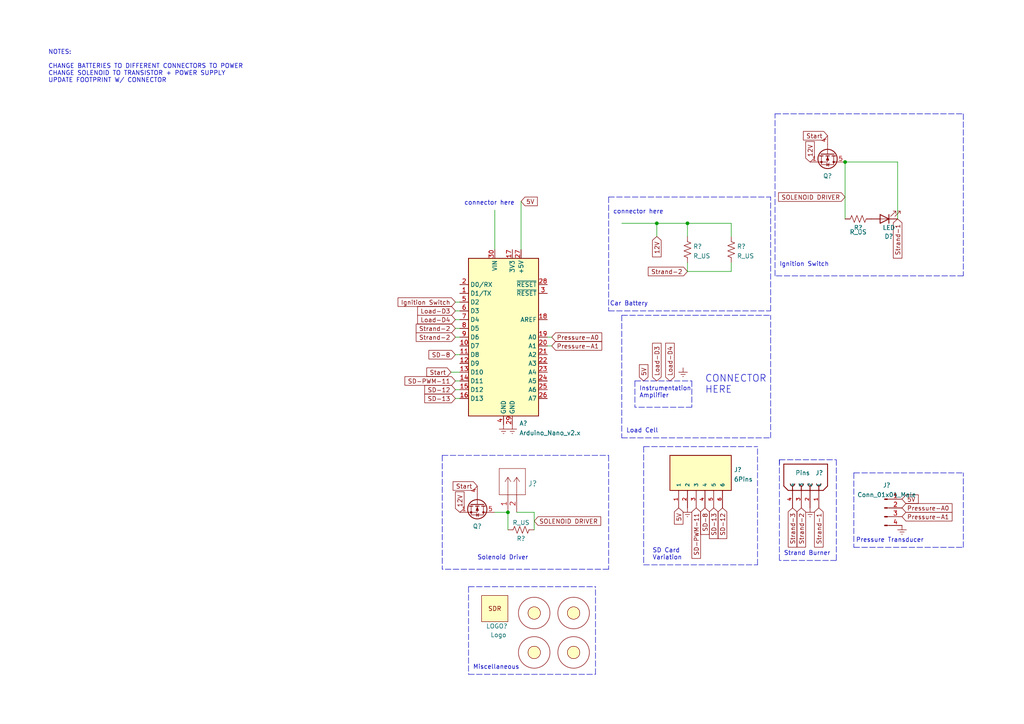
<source format=kicad_sch>
(kicad_sch (version 20211123) (generator eeschema)
  (paper "A4")
  (title_block (title "S0001-Burner-Strand-DAQ") (rev "1.0") (company "Sun Devil Rocketry"))
  (lib_symbols
    (symbol "S0001-Strand-Burner-DAQ:6Pins" (pin_names (offset 1.016))
      (property "Reference" "J" (at -5.588 10.16 0))
      (property "Value" "6Pins" (at -5.08 -10.16 0))
      (symbol "6Pins_0_0"
        (rectangle (start -5.08 -7.62) (end 5.08 10.16) (stroke (width 0.254)) (fill (type background)))
        (pin passive line (at -10.16 7.62 0) (length 5.08) (name "1") (number "1"))
        (pin passive line (at -10.16 5.08 0) (length 5.08) (name "2") (number "2"))
        (pin passive line (at -10.16 2.54 0) (length 5.08) (name "3") (number "3"))
        (pin passive line (at -10.16 0 0) (length 5.08) (name "4") (number "4"))
        (pin passive line (at -10.16 -2.54 0) (length 5.08) (name "5") (number "5"))
        (pin passive line (at -10.16 -5.08 0) (length 5.08) (name "6") (number "6"))
      )
    )
    (symbol "S0001-Strand-Burner-DAQ:Arduino_Nano_v2.x"
      (property "Reference" "A" (at -10.16 23.495 0))
      (property "Value" "Arduino_Nano_v2.x" (at 5.08 -24.13 0))
      (symbol "Arduino_Nano_v2.x_0_1"
        (rectangle (start -10.16 22.86) (end 10.16 -22.86) (stroke (width 0.254)) (fill (type background)))
      )
      (symbol "Arduino_Nano_v2.x_1_1"
        (pin bidirectional line (at -12.7 12.7 0) (length 2.54) (name "D1/TX") (number "1"))
        (pin bidirectional line (at -12.7 -2.54 0) (length 2.54) (name "D7") (number "10"))
        (pin bidirectional line (at -12.7 -5.08 0) (length 2.54) (name "D8") (number "11"))
        (pin bidirectional line (at -12.7 -7.62 0) (length 2.54) (name "D9") (number "12"))
        (pin bidirectional line (at -12.7 -10.16 0) (length 2.54) (name "D10") (number "13"))
        (pin bidirectional line (at -12.7 -12.7 0) (length 2.54) (name "D11") (number "14"))
        (pin bidirectional line (at -12.7 -15.24 0) (length 2.54) (name "D12") (number "15"))
        (pin bidirectional line (at -12.7 -17.78 0) (length 2.54) (name "D13") (number "16"))
        (pin power_out line (at 2.54 25.4 270) (length 2.54) (name "3V3") (number "17"))
        (pin input line (at 12.7 5.08 180) (length 2.54) (name "AREF") (number "18"))
        (pin bidirectional line (at 12.7 0 180) (length 2.54) (name "A0") (number "19"))
        (pin bidirectional line (at -12.7 15.24 0) (length 2.54) (name "D0/RX") (number "2"))
        (pin bidirectional line (at 12.7 -2.54 180) (length 2.54) (name "A1") (number "20"))
        (pin bidirectional line (at 12.7 -5.08 180) (length 2.54) (name "A2") (number "21"))
        (pin bidirectional line (at 12.7 -7.62 180) (length 2.54) (name "A3") (number "22"))
        (pin bidirectional line (at 12.7 -10.16 180) (length 2.54) (name "A4") (number "23"))
        (pin bidirectional line (at 12.7 -12.7 180) (length 2.54) (name "A5") (number "24"))
        (pin bidirectional line (at 12.7 -15.24 180) (length 2.54) (name "A6") (number "25"))
        (pin bidirectional line (at 12.7 -17.78 180) (length 2.54) (name "A7") (number "26"))
        (pin power_out line (at 5.08 25.4 270) (length 2.54) (name "+5V") (number "27"))
        (pin input line (at 12.7 15.24 180) (length 2.54) (name "~{RESET}") (number "28"))
        (pin power_in line (at 2.54 -25.4 90) (length 2.54) (name "GND") (number "29"))
        (pin input line (at 12.7 12.7 180) (length 2.54) (name "~{RESET}") (number "3"))
        (pin power_in line (at -2.54 25.4 270) (length 2.54) (name "VIN") (number "30"))
        (pin power_in line (at 0 -25.4 90) (length 2.54) (name "GND") (number "4"))
        (pin bidirectional line (at -12.7 10.16 0) (length 2.54) (name "D2") (number "5"))
        (pin bidirectional line (at -12.7 7.62 0) (length 2.54) (name "D3") (number "6"))
        (pin bidirectional line (at -12.7 5.08 0) (length 2.54) (name "D4") (number "7"))
        (pin bidirectional line (at -12.7 2.54 0) (length 2.54) (name "D5") (number "8"))
        (pin bidirectional line (at -12.7 0 0) (length 2.54) (name "D6") (number "9"))
      )
    )
    (symbol "S0001-Strand-Burner-DAQ:Conn_01x04_Male" (pin_names (offset 1.016) hide)
      (property "Reference" "J" (at 0 5.08 0))
      (property "Value" "Conn_01x04_Male" (at 0 -7.62 0))
      (symbol "Conn_01x04_Male_1_1"
        (polyline (pts (xy 1.27 -5.08) (xy 0.8636 -5.08)) (stroke (width 0.1524)))
        (polyline (pts (xy 1.27 -2.54) (xy 0.8636 -2.54)) (stroke (width 0.1524)))
        (polyline (pts (xy 1.27 0) (xy 0.8636 0)) (stroke (width 0.1524)))
        (polyline (pts (xy 1.27 2.54) (xy 0.8636 2.54)) (stroke (width 0.1524)))
        (rectangle (start 0.8636 -4.953) (end 0 -5.207) (stroke (width 0.1524)) (fill (type outline)))
        (rectangle (start 0.8636 -2.413) (end 0 -2.667) (stroke (width 0.1524)) (fill (type outline)))
        (rectangle (start 0.8636 0.127) (end 0 -0.127) (stroke (width 0.1524)) (fill (type outline)))
        (rectangle (start 0.8636 2.667) (end 0 2.413) (stroke (width 0.1524)) (fill (type outline)))
        (pin passive line (at 5.08 2.54 180) (length 3.81) (name "Pin_1") (number "1"))
        (pin passive line (at 5.08 0 180) (length 3.81) (name "Pin_2") (number "2"))
        (pin passive line (at 5.08 -2.54 180) (length 3.81) (name "Pin_3") (number "3"))
        (pin passive line (at 5.08 -5.08 180) (length 3.81) (name "Pin_4") (number "4"))
      )
    )
    (symbol "S0001-Strand-Burner-DAQ:Earth" (power) (pin_names (offset 0))
      (symbol "Earth_0_1"
        (polyline (pts (xy -0.635 -1.905) (xy 0.635 -1.905)))
        (polyline (pts (xy -0.127 -2.54) (xy 0.127 -2.54)))
        (polyline (pts (xy 0 -1.27) (xy 0 0)))
        (polyline (pts (xy 1.27 -1.27) (xy -1.27 -1.27)))
      )
      (symbol "Earth_1_1"
        (pin power_in line (at 0 0 270) (length 0) hide (name "Earth") (number "1"))
      )
    )
    (symbol "S0001-Strand-Burner-DAQ:LED" (pin_numbers hide) (pin_names (offset 1.016) hide)
      (property "Reference" "D" (at 0 2.54 0))
      (property "Value" "LED" (at 0 -2.54 0))
      (symbol "LED_0_1"
        (polyline (pts (xy -1.27 -1.27) (xy -1.27 1.27)) (stroke (width 0.254)))
        (polyline (pts (xy -1.27 0) (xy 1.27 0)))
        (polyline (pts (xy 1.27 -1.27) (xy 1.27 1.27) (xy -1.27 0) (xy 1.27 -1.27)) (stroke (width 0.254)))
        (polyline (pts (xy -3.048 -0.762) (xy -4.572 -2.286) (xy -3.81 -2.286) (xy -4.572 -2.286) (xy -4.572 -1.524)))
        (polyline (pts (xy -1.778 -0.762) (xy -3.302 -2.286) (xy -2.54 -2.286) (xy -3.302 -2.286) (xy -3.302 -1.524)))
      )
      (symbol "LED_1_1"
        (pin passive line (at -3.81 0 0) (length 2.54) (name "K") (number "1"))
        (pin passive line (at 3.81 0 180) (length 2.54) (name "A") (number "2"))
      )
    )
    (symbol "S0001-Strand-Burner-DAQ:Logo" (pin_names (offset 1.016))
      (property "Reference" "LOGO" (at 0 5.08 0))
      (property "Value" "Logo" (at 0 -5.08 0))
      (symbol "Logo_0_0"
        (text "SDR" (at 0 0 0) (effects (font (size 1.27 1.27))))
      )
      (symbol "Logo_0_1"
        (rectangle (start -3.81 3.81) (end 3.81 -3.81) (fill (type background)))
      )
    )
    (symbol "S0001-Strand-Burner-DAQ:MOSFET" (pin_names hide)
      (property "Reference" "Q" (at 5.08 1.905 0))
      (property "Value" "MOSFET" (at 5.08 0 0))
      (symbol "MOSFET_0_1"
        (polyline (pts (xy 0.254 0) (xy -2.54 0)))
        (polyline (pts (xy 0.254 1.905) (xy 0.254 -1.905)) (stroke (width 0.254)))
        (polyline (pts (xy 0.762 -1.27) (xy 0.762 -2.286)) (stroke (width 0.254)))
        (polyline (pts (xy 0.762 0.508) (xy 0.762 -0.508)) (stroke (width 0.254)))
        (polyline (pts (xy 0.762 2.286) (xy 0.762 1.27)) (stroke (width 0.254)))
        (polyline (pts (xy 2.54 2.54) (xy 2.54 1.778)))
        (polyline (pts (xy 2.54 -2.54) (xy 2.54 0) (xy 0.762 0)))
        (polyline (pts (xy 0.762 -1.778) (xy 3.302 -1.778) (xy 3.302 1.778) (xy 0.762 1.778)))
        (polyline (pts (xy 1.016 0) (xy 2.032 0.381) (xy 2.032 -0.381) (xy 1.016 0)) (fill (type outline)))
        (polyline (pts (xy 2.794 0.508) (xy 2.921 0.381) (xy 3.683 0.381) (xy 3.81 0.254)))
        (polyline (pts (xy 3.302 0.381) (xy 2.921 -0.254) (xy 3.683 -0.254) (xy 3.302 0.381)))
        (circle (center 1.651 0) (radius 2.794) (stroke (width 0.254)))
        (circle (center 2.54 -1.778) (radius 0.254) (fill (type outline)))
        (circle (center 2.54 1.778) (radius 0.254) (fill (type outline)))
      )
      (symbol "MOSFET_1_1"
        (pin passive line (at 2.54 -5.08 90) (length 2.54) (name "S") (number "1"))
        (pin passive line (at 2.54 -5.08 90) (length 2.54) hide (name "S") (number "2"))
        (pin passive line (at 2.54 -5.08 90) (length 2.54) hide (name "S") (number "3"))
        (pin passive line (at -5.08 0 0) (length 2.54) (name "G") (number "4"))
        (pin passive line (at 2.54 5.08 270) (length 2.54) (name "D") (number "5"))
      )
    )
    (symbol "S0001-Strand-Burner-DAQ:Mounting-Hole" (pin_names (offset 1.016))
      (symbol "Mounting-Hole_0_1"
        (circle (center 0 0) (radius 1.8034) (fill (type background)))
        (circle (center 0 0) (radius 4.572))
      )
    )
    (symbol "S0001-Strand-Burner-DAQ:Pins" (pin_names (offset 1.016))
      (property "Reference" "J" (at -7.62 6.35 0))
      (property "Value" "Pins" (at -7.62 -10.16 0))
      (symbol "Pins_0_0"
        (arc (start -1.905 -5.715) (mid -1.27 -5.08) (end -1.905 -4.445) (stroke (width 0.254)))
        (arc (start -1.905 -3.175) (mid -1.27 -2.54) (end -1.905 -1.905) (stroke (width 0.254)))
        (arc (start -1.905 -0.635) (mid -1.27 0) (end -1.905 0.635) (stroke (width 0.254)))
        (arc (start -1.905 1.905) (mid -1.27 2.54) (end -1.905 3.175) (stroke (width 0.254)))
        (polyline (pts (xy -7.62 -7.62) (xy -7.62 5.08)) (stroke (width 0.254)))
        (polyline (pts (xy -7.62 5.08) (xy -1.27 5.08)) (stroke (width 0.254)))
        (polyline (pts (xy -1.27 -7.62) (xy -7.62 -7.62)) (stroke (width 0.254)))
        (polyline (pts (xy 0 -6.35) (xy -1.27 -7.62)) (stroke (width 0.254)))
        (polyline (pts (xy 0 -5.08) (xy -1.27 -5.08)) (stroke (width 0.254)))
        (polyline (pts (xy 0 -2.54) (xy -1.27 -2.54)) (stroke (width 0.254)))
        (polyline (pts (xy 0 0) (xy -1.27 0)) (stroke (width 0.254)))
        (polyline (pts (xy 0 2.54) (xy -1.27 2.54)) (stroke (width 0.254)))
        (polyline (pts (xy 0 2.54) (xy 0 -6.35)) (stroke (width 0.254)))
        (polyline (pts (xy 0 3.81) (xy -1.27 5.08)) (stroke (width 0.254)))
        (polyline (pts (xy 0 3.81) (xy 0 2.54)) (stroke (width 0.254)))
        (pin passive line (at 5.08 2.54 180) (length 5.08) (name "1") (number "1"))
        (pin passive line (at 5.08 0 180) (length 5.08) (name "2") (number "2"))
        (pin passive line (at 5.08 -2.54 180) (length 5.08) (name "3") (number "3"))
        (pin passive line (at 5.08 -5.08 180) (length 5.08) (name "4") (number "4"))
      )
    )
    (symbol "S0001-Strand-Burner-DAQ:R_US" (pin_numbers hide) (pin_names (offset 0))
      (property "Reference" "R" (at 2.54 0 90))
      (property "Value" "R_US" (at -2.54 0 90))
      (symbol "R_US_0_1"
        (polyline (pts (xy 0 -2.286) (xy 0 -2.54)))
        (polyline (pts (xy 0 2.286) (xy 0 2.54)))
        (polyline (pts (xy 0 -0.762) (xy 1.016 -1.143) (xy 0 -1.524) (xy -1.016 -1.905) (xy 0 -2.286)))
        (polyline (pts (xy 0 0.762) (xy 1.016 0.381) (xy 0 0) (xy -1.016 -0.381) (xy 0 -0.762)))
        (polyline (pts (xy 0 2.286) (xy 1.016 1.905) (xy 0 1.524) (xy -1.016 1.143) (xy 0 0.762)))
      )
      (symbol "R_US_1_1"
        (pin passive line (at 0 3.81 270) (length 1.27) (name "~") (number "1"))
        (pin passive line (at 0 -3.81 90) (length 1.27) (name "~") (number "2"))
      )
    )
    (symbol "S0001-Strand-Burner-DAQ:Solenoid_Connector" (pin_names (offset 0.254) hide)
      (property "Reference" "J" (at 8.89 6.35 0))
      (symbol "Solenoid_Connector_1_1"
        (polyline (pts (xy 5.08 -5.08) (xy 12.7 -5.08)) (stroke (width 0.127)))
        (polyline (pts (xy 5.08 2.54) (xy 5.08 -5.08)) (stroke (width 0.127)))
        (polyline (pts (xy 10.16 -2.54) (xy 5.08 -2.54)) (stroke (width 0.127)))
        (polyline (pts (xy 10.16 -2.54) (xy 8.89 -3.3782)) (stroke (width 0.127)))
        (polyline (pts (xy 10.16 -2.54) (xy 8.89 -1.7018)) (stroke (width 0.127)))
        (polyline (pts (xy 10.16 0) (xy 5.08 0)) (stroke (width 0.127)))
        (polyline (pts (xy 10.16 0) (xy 8.89 -0.8382)) (stroke (width 0.127)))
        (polyline (pts (xy 10.16 0) (xy 8.89 0.8382)) (stroke (width 0.127)))
        (polyline (pts (xy 12.7 -5.08) (xy 12.7 2.54)) (stroke (width 0.127)))
        (polyline (pts (xy 12.7 2.54) (xy 5.08 2.54)) (stroke (width 0.127)))
        (pin unspecified line (at 0 0 0) (length 5.08) (name "1") (number "1"))
        (pin unspecified line (at 0 -2.54 0) (length 5.08) (name "2") (number "2"))
      )
    )
    (symbol "power:Earth" (power) (pin_names (offset 0))
      (symbol "Earth_0_1"
        (polyline (pts (xy -0.635 -1.905) (xy 0.635 -1.905)))
        (polyline (pts (xy -0.127 -2.54) (xy 0.127 -2.54)))
        (polyline (pts (xy 0 -1.27) (xy 0 0)))
        (polyline (pts (xy 1.27 -1.27) (xy -1.27 -1.27)))
      )
      (symbol "Earth_1_1"
        (pin power_in line (at 0 0 270) (length 0) hide (name "Earth") (number "1"))
      )
    )
  )
  (junction (at 147.32 148.59))
  (junction (at 245.11 46.99))
  (junction (at 190.5 64.77))
  (junction (at 199.39 64.77))
  (wire (pts (xy 190.5 64.77) (xy 190.5 68.58)))
  (polyline (pts (xy 186.69 129.54) (xy 186.69 163.83)))
  (polyline (pts (xy 135.89 170.18) (xy 172.72 170.18)))
  (polyline (pts (xy 176.53 90.17) (xy 223.52 90.17)))
  (wire (pts (xy 132.08 110.49) (xy 133.35 110.49)))
  (polyline (pts (xy 279.4 80.01) (xy 224.79 80.01)))
  (polyline (pts (xy 186.69 129.54) (xy 219.71 129.54)))
  (polyline (pts (xy 247.65 137.16) (xy 247.65 158.75)))
  (wire (pts (xy 154.94 148.59) (xy 154.94 153.67)))
  (polyline (pts (xy 242.57 133.35) (xy 242.57 162.56)))
  (wire (pts (xy 180.34 64.77) (xy 190.5 64.77)))
  (polyline (pts (xy 224.79 33.02) (xy 279.4 33.02)))
  (polyline (pts (xy 223.52 90.17) (xy 223.52 57.15)))
  (wire (pts (xy 132.08 115.57) (xy 133.35 115.57)))
  (polyline (pts (xy 200.66 110.49) (xy 200.66 118.11)))
  (wire (pts (xy 212.09 64.77) (xy 212.09 68.58)))
  (wire (pts (xy 147.32 148.59) (xy 147.32 153.67)))
  (polyline (pts (xy 180.34 91.44) (xy 223.52 91.44)))
  (wire (pts (xy 245.11 46.99) (xy 245.11 63.5)))
  (wire (pts (xy 132.08 102.87) (xy 133.35 102.87)))
  (polyline (pts (xy 176.53 165.1) (xy 128.27 165.1)))
  (wire (pts (xy 132.08 97.79) (xy 133.35 97.79)))
  (wire (pts (xy 199.39 64.77) (xy 212.09 64.77)))
  (polyline (pts (xy 172.72 195.58) (xy 172.72 170.18)))
  (polyline (pts (xy 279.4 158.75) (xy 279.4 137.16)))
  (wire (pts (xy 160.02 97.79) (xy 158.75 97.79)))
  (polyline (pts (xy 128.27 132.08) (xy 176.53 132.08)))
  (wire (pts (xy 132.08 87.63) (xy 133.35 87.63)))
  (wire (pts (xy 143.51 148.59) (xy 147.32 148.59)))
  (polyline (pts (xy 226.06 133.35) (xy 242.57 133.35)))
  (wire (pts (xy 190.5 64.77) (xy 199.39 64.77)))
  (polyline (pts (xy 184.15 110.49) (xy 184.15 118.11)))
  (polyline (pts (xy 176.53 57.15) (xy 223.52 57.15)))
  (polyline (pts (xy 128.27 132.08) (xy 128.27 165.1)))
  (polyline (pts (xy 186.69 163.83) (xy 219.71 163.83)))
  (wire (pts (xy 212.09 78.74) (xy 212.09 76.2)))
  (wire (pts (xy 260.35 46.99) (xy 260.35 63.5)))
  (polyline (pts (xy 219.71 163.83) (xy 219.71 129.54)))
  (polyline (pts (xy 242.57 162.56) (xy 226.06 162.56)))
  (polyline (pts (xy 200.66 118.11) (xy 184.15 118.11)))
  (wire (pts (xy 245.11 46.99) (xy 260.35 46.99)))
  (wire (pts (xy 149.86 148.59) (xy 154.94 148.59)))
  (polyline (pts (xy 180.34 91.44) (xy 180.34 127)))
  (polyline (pts (xy 279.4 33.02) (xy 279.4 80.01)))
  (wire (pts (xy 199.39 78.74) (xy 199.39 76.2)))
  (wire (pts (xy 143.51 60.96) (xy 143.51 72.39)))
  (polyline (pts (xy 184.15 110.49) (xy 200.66 110.49)))
  (wire (pts (xy 130.81 107.95) (xy 133.35 107.95)))
  (polyline (pts (xy 135.89 170.18) (xy 135.89 195.58)))
  (wire (pts (xy 160.02 100.33) (xy 158.75 100.33)))
  (polyline (pts (xy 135.89 195.58) (xy 172.72 195.58)))
  (wire (pts (xy 132.08 90.17) (xy 133.35 90.17)))
  (polyline (pts (xy 176.53 132.08) (xy 176.53 165.1)))
  (wire (pts (xy 132.08 113.03) (xy 133.35 113.03)))
  (wire (pts (xy 132.08 95.25) (xy 133.35 95.25)))
  (polyline (pts (xy 247.65 158.75) (xy 279.4 158.75)))
  (wire (pts (xy 132.08 92.71) (xy 133.35 92.71)))
  (polyline (pts (xy 226.06 133.35) (xy 226.06 134.62)))
  (wire (pts (xy 199.39 78.74) (xy 212.09 78.74)))
  (polyline (pts (xy 180.34 127) (xy 223.52 127)))
  (wire (pts (xy 199.39 64.77) (xy 199.39 68.58)))
  (polyline (pts (xy 224.79 80.01) (xy 224.79 33.02)))
  (wire (pts (xy 151.13 58.42) (xy 151.13 72.39)))
  (polyline (pts (xy 223.52 127) (xy 223.52 91.44)))
  (polyline (pts (xy 247.65 137.16) (xy 279.4 137.16)))
  (polyline (pts (xy 176.53 57.15) (xy 176.53 90.17)))
  (polyline (pts (xy 226.06 133.35) (xy 226.06 162.56)))
  (text "Pressure Transducer" (at 267.97 157.48 180) (effects (font (size 1.27 1.27)) (justify right bottom)))
  (text "Ignition Switch" (at 226.06 77.47 0) (effects (font (size 1.27 1.27)) (justify left bottom)))
  (text "Instrumentation\nAmplifier" (at 185.42 115.57 0) (effects (font (size 1.27 1.27)) (justify left bottom)))
  (text "connector here" (at 134.62 59.69 0) (effects (font (size 1.27 1.27)) (justify left bottom)))
  (text "NOTES:\n\nCHANGE BATTERIES TO DIFFERENT CONNECTORS TO POWER\nCHANGE SOLENOID TO TRANSISTOR + POWER SUPPLY\nUPDATE FOOTPRINT W/ CONNECTOR" (at 13.97 24.13 0) (effects (font (size 1.27 1.27)) (justify left bottom)))
  (text "connector here" (at 177.8 62.23 0) (effects (font (size 1.27 1.27)) (justify left bottom)))
  (text "Strand Burner" (at 227.33 161.29 0) (effects (font (size 1.27 1.27)) (justify left bottom)))
  (text "Miscellaneous" (at 137.16 194.31 0) (effects (font (size 1.27 1.27)) (justify left bottom)))
  (text "Solenoid Driver" (at 138.43 162.56 0) (effects (font (size 1.27 1.27)) (justify left bottom)))
  (text "SD Card\nVariation" (at 189.23 162.56 0) (effects (font (size 1.27 1.27)) (justify left bottom)))
  (text "CONNECTOR\nHERE" (at 204.47 114.3 0) (effects (font (size 2 2)) (justify left bottom)))
  (text "Car Battery" (at 187.96 88.9 180) (effects (font (size 1.27 1.27)) (justify right bottom)))
  (text "Load Cell" (at 181.61 125.73 0) (effects (font (size 1.27 1.27)) (justify left bottom)))
  (global_label "SD-12" (shape input) (at 132.08 113.03 180) (property "Intersheet References" "${INTERSHEET_REFS}" (effects hide)))
  (global_label "SD-13" (shape input) (at 132.08 115.57 180) (property "Intersheet References" "${INTERSHEET_REFS}" (effects hide)))
  (global_label "Pressure-A0" (shape input) (at 160.02 97.79 0) (property "Intersheet References" "${INTERSHEET_REFS}" (effects hide)))
  (global_label "12V" (shape input) (at 133.35 148.59 90) (property "Intersheet References" "${INTERSHEET_REFS}" (effects hide)))
  (global_label "Start" (shape input) (at 130.81 107.95 180) (property "Intersheet References" "${INTERSHEET_REFS}" (effects hide)))
  (global_label "Start" (shape input) (at 240.03 39.37 180) (property "Intersheet References" "${INTERSHEET_REFS}" (effects hide)))
  (global_label "SD-12" (shape input) (at 209.55 147.32 270) (property "Intersheet References" "${INTERSHEET_REFS}" (effects hide)))
  (global_label "Pressure-A1" (shape input) (at 261.62 149.86 0) (property "Intersheet References" "${INTERSHEET_REFS}" (effects hide)))
  (global_label "SD-13" (shape input) (at 207.01 147.32 270) (property "Intersheet References" "${INTERSHEET_REFS}" (effects hide)))
  (global_label "Ignition Switch" (shape input) (at 132.08 87.63 180) (property "Intersheet References" "${INTERSHEET_REFS}" (effects hide)))
  (global_label "Strand-1" (shape input) (at 237.49 147.32 270) (property "Intersheet References" "${INTERSHEET_REFS}" (effects hide)))
  (global_label "Pressure-A0" (shape input) (at 261.62 147.32 0) (property "Intersheet References" "${INTERSHEET_REFS}" (effects hide)))
  (global_label "12V" (shape input) (at 190.5 68.58 270) (property "Intersheet References" "${INTERSHEET_REFS}" (effects hide)))
  (global_label "SOLENOID DRIVER" (shape input) (at 245.11 57.15 180) (property "Intersheet References" "${INTERSHEET_REFS}" (effects hide)))
  (global_label "SD-PWM-11" (shape input) (at 132.08 110.49 180) (property "Intersheet References" "${INTERSHEET_REFS}" (effects hide)))
  (global_label "Start" (shape input) (at 138.43 140.97 180) (property "Intersheet References" "${INTERSHEET_REFS}" (effects hide)))
  (global_label "5V" (shape input) (at 151.13 58.42 0) (property "Intersheet References" "${INTERSHEET_REFS}" (effects hide)))
  (global_label "5V" (shape input) (at 196.85 147.32 270) (property "Intersheet References" "${INTERSHEET_REFS}" (effects hide)))
  (global_label "Strand-2" (shape input) (at 232.41 147.32 270) (property "Intersheet References" "${INTERSHEET_REFS}" (effects hide)))
  (global_label "Strand-2" (shape input) (at 132.08 95.25 180) (property "Intersheet References" "${INTERSHEET_REFS}" (effects hide)))
  (global_label "Pressure-A1" (shape input) (at 160.02 100.33 0) (property "Intersheet References" "${INTERSHEET_REFS}" (effects hide)))
  (global_label "12V" (shape input) (at 234.95 46.99 90) (property "Intersheet References" "${INTERSHEET_REFS}" (effects hide)))
  (global_label "Load-D3" (shape input) (at 132.08 90.17 180) (property "Intersheet References" "${INTERSHEET_REFS}" (effects hide)))
  (global_label "SD-8" (shape input) (at 132.08 102.87 180) (property "Intersheet References" "${INTERSHEET_REFS}" (effects hide)))
  (global_label "5V" (shape input) (at 261.62 144.78 0) (property "Intersheet References" "${INTERSHEET_REFS}" (effects hide)))
  (global_label "Strand-2" (shape input) (at 199.39 78.74 180) (property "Intersheet References" "${INTERSHEET_REFS}" (effects hide)))
  (global_label "Load-D4" (shape input) (at 132.08 92.71 180) (property "Intersheet References" "${INTERSHEET_REFS}" (effects hide)))
  (global_label "SOLENOID DRIVER" (shape input) (at 154.94 151.13 0) (property "Intersheet References" "${INTERSHEET_REFS}" (effects hide)))
  (global_label "Load-D3" (shape input) (at 190.5 110.49 90) (property "Intersheet References" "${INTERSHEET_REFS}" (effects hide)))
  (global_label "Strand-3" (shape input) (at 229.87 147.32 270) (property "Intersheet References" "${INTERSHEET_REFS}" (effects hide)))
  (global_label "5V" (shape input) (at 186.69 110.49 90) (property "Intersheet References" "${INTERSHEET_REFS}" (effects hide)))
  (global_label "Strand-1" (shape input) (at 260.35 63.5 270) (property "Intersheet References" "${INTERSHEET_REFS}" (effects hide)))
  (global_label "SD-8" (shape input) (at 204.47 147.32 270) (property "Intersheet References" "${INTERSHEET_REFS}" (effects hide)))
  (global_label "Load-D4" (shape input) (at 194.31 110.49 90) (property "Intersheet References" "${INTERSHEET_REFS}" (effects hide)))
  (global_label "Strand-2" (shape input) (at 132.08 97.79 180) (property "Intersheet References" "${INTERSHEET_REFS}" (effects hide)))
  (global_label "SD-PWM-11" (shape input) (at 201.93 147.32 270) (property "Intersheet References" "${INTERSHEET_REFS}" (effects hide)))
  (symbol (lib_id "S0001-Strand-Burner-DAQ:R_US") (at 199.39 72.39 0) (unit 1)
    (property "Reference" "R?" (at 201.041 71.4815 0) (effects (justify left)))
    (property "Value" "R_US" (at 201.041 74.2566 0) (effects (justify left)))
  )
  (symbol (lib_id "S0001-Strand-Burner-DAQ:Conn_01x04_Male") (at 256.54 147.32 0) (unit 1)
    (property "Reference" "J?" (at 257.175 140.7373 0))
    (property "Value" "Conn_01x04_Male" (at 257.175 143.5124 0))
  )
  (symbol (lib_id "S0001-Strand-Burner-DAQ:Earth") (at 146.05 123.19 0) (unit 1)
    (property "Reference" "#PWR?" (effects hide))
    (property "Value" "Earth" (effects hide))
  )
  (symbol (lib_id "S0001-Strand-Burner-DAQ:Mounting-Hole") (at 154.94 177.8 0) (unit 1)
    (property "Reference" "H?" (effects hide))
    (property "Value" "Mounting-Hole" (effects hide))
  )
  (symbol (lib_id "S0001-Strand-Burner-DAQ:Mounting-Hole") (at 166.37 177.8 0) (unit 1)
    (property "Reference" "H?" (effects hide))
    (property "Value" "Mounting-Hole" (effects hide))
  )
  (symbol (lib_id "S0001-Strand-Burner-DAQ:MOSFET") (at 240.03 44.45 270) (unit 1)
    (property "Reference" "Q?" (at 240.03 51.0445 90))
    (property "Value" "MOSFET" (effects hide))
    (property "Footprint" "Package_TO_SOT_SMD:LFPAK33" (effects hide))
    (property "Datasheet" "https://assets.nexperia.com/documents/data-sheet/BUK9M53-60E.pdf" (effects hide))
  )
  (symbol (lib_id "S0001-Strand-Burner-DAQ:MOSFET") (at 138.43 146.05 270) (unit 1)
    (property "Reference" "Q?" (at 138.43 152.6445 90))
    (property "Value" "MOSFET" (effects hide))
    (property "Footprint" "Package_TO_SOT_SMD:LFPAK33" (effects hide))
    (property "Datasheet" "https://assets.nexperia.com/documents/data-sheet/BUK9M53-60E.pdf" (effects hide))
  )
  (symbol (lib_id "S0001-Strand-Burner-DAQ:Pins") (at 234.95 142.24 270) (unit 1)
    (property "Reference" "J?" (at 238.76 137.16 90) (effects (justify right)))
    (property "Value" "Pins" (at 234.95 137.16 90) (effects (justify right)))
    (property "Footprint" "SULLINS_PPTC041LFBN-RC" (effects hide))
    (property "PARTREV" "J - 04/15/2015" (effects hide))
    (property "MAXIMUM_PACKAGE_HEIGHT" "8.5mm" (effects hide))
    (property "MANUFACTURER" "SULLINS" (effects hide))
    (property "STANDARD" "Manufacturer Recommendations" (effects hide))
  )
  (symbol (lib_id "power:Earth") (at 199.39 147.32 0) (unit 1)
    (property "Reference" "#PWR?" (effects hide))
    (property "Value" "Earth" (effects hide))
  )
  (symbol (lib_id "S0001-Strand-Burner-DAQ:Arduino_Nano_v2.x") (at 146.05 97.79 0) (unit 1)
    (property "Reference" "A?" (at 150.6094 122.7995 0) (effects (justify left)))
    (property "Value" "Arduino_Nano_v2.x" (at 150.6094 125.5746 0) (effects (justify left)))
    (property "Footprint" "Module:Arduino_Nano" (effects hide))
    (property "Datasheet" "https://www.arduino.cc/en/uploads/Main/ArduinoNanoManual23.pdf" (effects hide))
  )
  (symbol (lib_id "S0001-Strand-Burner-DAQ:Solenoid_Connector") (at 147.32 148.59 90) (unit 1)
    (property "Reference" "J?" (at 153.0985 140.2748 90) (effects (font (size 1.524 1.524)) (justify right)))
    (property "Value" "Solenoid_Connector" (effects hide))
    (property "Footprint" "CONN_140-502-417-011_EDA" (effects hide))
  )
  (symbol (lib_id "S0001-Strand-Burner-DAQ:Mounting-Hole") (at 154.94 189.23 0) (unit 1)
    (property "Reference" "H?" (effects hide))
    (property "Value" "Mounting-Hole" (effects hide))
  )
  (symbol (lib_id "S0001-Strand-Burner-DAQ:Logo") (at 143.51 176.53 0) (unit 1)
    (property "Reference" "LOGO?" (at 140.97 181.61 0) (effects (justify left)))
    (property "Value" "Logo" (at 142.24 184.15 0) (effects (justify left)))
  )
  (symbol (lib_id "S0001-Strand-Burner-DAQ:R_US") (at 212.09 72.39 0) (unit 1)
    (property "Reference" "R?" (at 213.741 71.4815 0) (effects (justify left)))
    (property "Value" "R_US" (at 213.741 74.2566 0) (effects (justify left)))
  )
  (symbol (lib_id "S0001-Strand-Burner-DAQ:Earth") (at 261.62 152.4 0) (unit 1)
    (property "Reference" "#PWR?" (effects hide))
    (property "Value" "Earth" (effects hide))
  )
  (symbol (lib_id "S0001-Strand-Burner-DAQ:Earth") (at 148.59 123.19 0) (unit 1)
    (property "Reference" "#PWR?" (effects hide))
    (property "Value" "Earth" (effects hide))
  )
  (symbol (lib_id "S0001-Strand-Burner-DAQ:R_US") (at 151.13 153.67 90) (unit 1)
    (property "Reference" "R?" (at 151.13 156.21 90))
    (property "Value" "R_US" (at 151.13 151.5896 90))
  )
  (symbol (lib_id "S0001-Strand-Burner-DAQ:Mounting-Hole") (at 166.37 189.23 0) (unit 1)
    (property "Reference" "H?" (effects hide))
    (property "Value" "Mounting-Hole" (effects hide))
  )
  (symbol (lib_id "S0001-Strand-Burner-DAQ:Earth") (at 234.95 147.32 0) (unit 1)
    (property "Reference" "#PWR?" (effects hide))
    (property "Value" "Earth" (effects hide))
  )
  (symbol (lib_id "S0001-Strand-Burner-DAQ:R_US") (at 248.92 63.5 90) (unit 1)
    (property "Reference" "R?" (at 248.92 66.04 90))
    (property "Value" "R_US" (at 248.92 67.31 90))
  )
  (symbol (lib_id "S0001-Strand-Burner-DAQ:Earth") (at 198.12 106.68 0) (unit 1)
    (property "Reference" "#PWR?" (effects hide))
    (property "Value" "Earth" (effects hide))
  )
  (symbol (lib_id "S0001-Strand-Burner-DAQ:6Pins") (at 204.47 137.16 90) (unit 1)
    (property "Reference" "J?" (at 212.852 136.2515 90) (effects (justify right)))
    (property "Value" "6Pins" (at 212.852 139.0266 90) (effects (justify right)))
    (property "Footprint" "TE_215297-6" (effects hide))
    (property "Comment" "215297-6" (effects hide))
  )
  (symbol (lib_id "S0001-Strand-Burner-DAQ:LED") (at 256.54 63.5 180) (unit 1)
    (property "Reference" "D?" (at 257.81 68.58 0))
    (property "Value" "LED" (at 257.81 66.04 0))
  )
)
</source>
